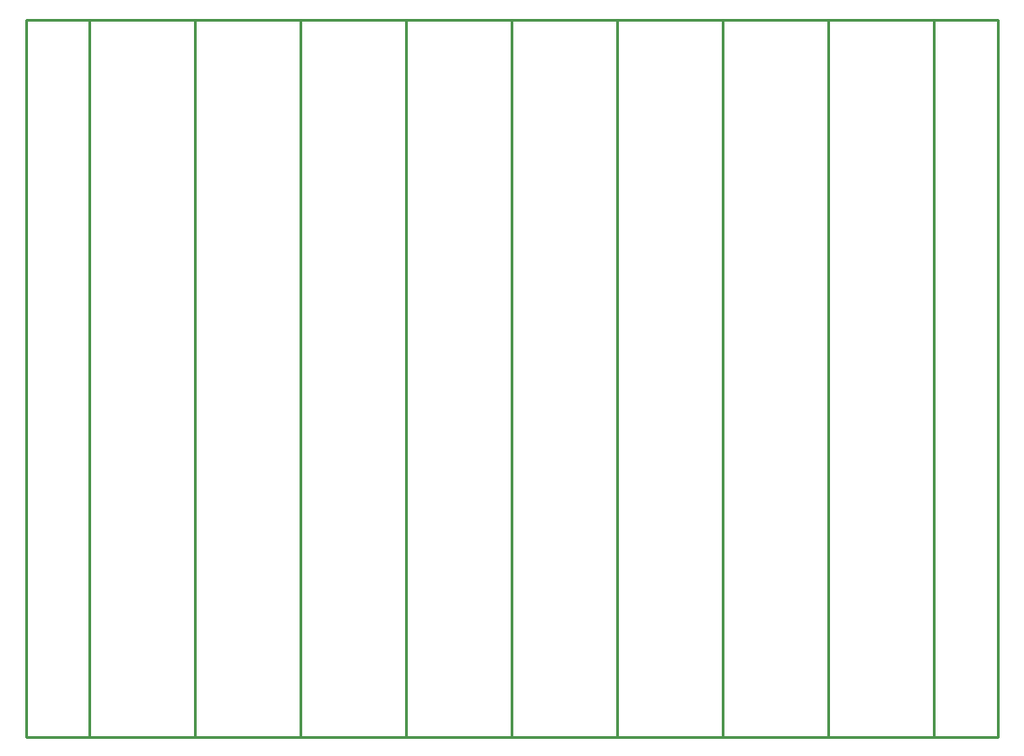
<source format=gko>
G04 Layer: BoardOutlineLayer*
G04 EasyEDA v6.5.22, 2023-04-16 14:26:35*
G04 4c6462403d1d4395b9bb21c32daab020,5a6b42c53f6a479593ecc07194224c93,10*
G04 Gerber Generator version 0.2*
G04 Scale: 100 percent, Rotated: No, Reflected: No *
G04 Dimensions in millimeters *
G04 leading zeros omitted , absolute positions ,4 integer and 5 decimal *
%FSLAX45Y45*%
%MOMM*%

%ADD10C,0.2540*%
D10*
X0Y8001000D02*
G01*
X990600Y8001000D01*
X990600Y1270000D01*
X0Y1270000D01*
X0Y8001000D01*
X990600Y8001000D02*
G01*
X1981200Y8001000D01*
X1981200Y1270000D01*
X990600Y1270000D01*
X990600Y8001000D01*
X1981200Y8001000D02*
G01*
X2971800Y8001000D01*
X2971800Y1270000D01*
X1981200Y1270000D01*
X1981200Y8001000D01*
X2971800Y8001000D02*
G01*
X3962400Y8001000D01*
X3962400Y1270000D01*
X2971800Y1270000D01*
X2971800Y8001000D01*
X3962400Y8001000D02*
G01*
X4953000Y8001000D01*
X4953000Y1270000D01*
X3962400Y1270000D01*
X3962400Y8001000D01*
X4953000Y8001000D02*
G01*
X5943600Y8001000D01*
X5943600Y1270000D01*
X4953000Y1270000D01*
X4953000Y8001000D01*
X5943600Y8001000D02*
G01*
X6934200Y8001000D01*
X6934200Y1270000D01*
X5943600Y1270000D01*
X5943600Y8001000D01*
X6934200Y8001000D02*
G01*
X7924800Y8001000D01*
X7924800Y1270000D01*
X6934200Y1270000D01*
X6934200Y8001000D01*
X-599998Y8001000D02*
G01*
X8524798Y8001000D01*
X8524798Y1270000D01*
X-599998Y1270000D01*
X-599998Y8001000D01*
X990600Y8001000D02*
G01*
X990600Y1270000D01*
X990600Y8001000D02*
G01*
X990600Y1270000D01*
X1981200Y8001000D02*
G01*
X1981200Y1270000D01*
X1981200Y8001000D02*
G01*
X1981200Y1270000D01*
X2971800Y8001000D02*
G01*
X2971800Y1270000D01*
X2971800Y8001000D02*
G01*
X2971800Y1270000D01*
X3962400Y8001000D02*
G01*
X3962400Y1270000D01*
X3962400Y8001000D02*
G01*
X3962400Y1270000D01*
X4953000Y8001000D02*
G01*
X4953000Y1270000D01*
X4953000Y8001000D02*
G01*
X4953000Y1270000D01*
X5943600Y8001000D02*
G01*
X5943600Y1270000D01*
X5943600Y8001000D02*
G01*
X5943600Y1270000D01*
X6934200Y8001000D02*
G01*
X6934200Y1270000D01*
X6934200Y8001000D02*
G01*
X6934200Y1270000D01*
X0Y8001000D02*
G01*
X0Y1270000D01*
X7924800Y8001000D02*
G01*
X7924800Y1270000D01*

%LPD*%
M02*

</source>
